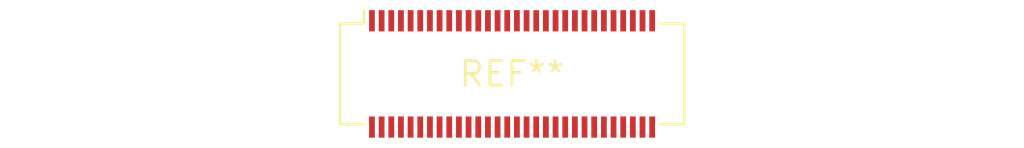
<source format=kicad_pcb>
(kicad_pcb (version 20240108) (generator pcbnew)
  (layers (0 "F.Cu" signal) (31 "B.Cu" signal) (34 "B.Paste" user) (35 "F.Paste" user) (36 "B.SilkS" user "B.Silkscreen") (37 "F.SilkS" user "F.Silkscreen") (38 "B.Mask" user) (39 "F.Mask" user) (44 "Edge.Cuts" user))
  (net 0 "")
  (footprint "Molex_SlimStack_54722-0604_2x30_P0.50mm_Vertical" (layer "F.Cu") (at 0 0)
    (property "Reference" "REF**")
    (property "Value" "Molex_SlimStack_54722-0604_2x30_P0.50mm_Vertical")
    (fp_line (start -8.91 -2.61) (end -7.66 -2.61) (layer "F.SilkS") (stroke (width 0.12)))
    (fp_line (start -8.91 2.61) (end -8.91 -2.61) (layer "F.SilkS") (stroke (width 0.12)))
    (fp_line (start -7.66 -2.61) (end -7.66 -3.3) (layer "F.SilkS") (stroke (width 0.12)))
    (fp_line (start -7.66 2.61) (end -8.91 2.61) (layer "F.SilkS") (stroke (width 0.12)))
    (fp_line (start 7.66 2.61) (end 8.91 2.61) (layer "F.SilkS") (stroke (width 0.12)))
    (fp_line (start 8.91 -2.61) (end 7.66 -2.61) (layer "F.SilkS") (stroke (width 0.12)))
    (fp_line (start 8.91 2.61) (end 8.91 -2.61) (layer "F.SilkS") (stroke (width 0.12)))
    (pad "1" smd rect (at -7.25 -2.75) (size 0.3 1.1) (layers "F.Cu" "F.Paste" "F.Mask"))
    (pad "2" smd rect (at -7.25 2.75) (size 0.3 1.1) (layers "F.Cu" "F.Paste" "F.Mask"))
    (pad "3" smd rect (at -6.75 -2.75) (size 0.3 1.1) (layers "F.Cu" "F.Paste" "F.Mask"))
    (pad "4" smd rect (at -6.75 2.75) (size 0.3 1.1) (layers "F.Cu" "F.Paste" "F.Mask"))
    (pad "5" smd rect (at -6.25 -2.75) (size 0.3 1.1) (layers "F.Cu" "F.Paste" "F.Mask"))
    (pad "6" smd rect (at -6.25 2.75) (size 0.3 1.1) (layers "F.Cu" "F.Paste" "F.Mask"))
    (pad "7" smd rect (at -5.75 -2.75) (size 0.3 1.1) (layers "F.Cu" "F.Paste" "F.Mask"))
    (pad "8" smd rect (at -5.75 2.75) (size 0.3 1.1) (layers "F.Cu" "F.Paste" "F.Mask"))
    (pad "9" smd rect (at -5.25 -2.75) (size 0.3 1.1) (layers "F.Cu" "F.Paste" "F.Mask"))
    (pad "10" smd rect (at -5.25 2.75) (size 0.3 1.1) (layers "F.Cu" "F.Paste" "F.Mask"))
    (pad "11" smd rect (at -4.75 -2.75) (size 0.3 1.1) (layers "F.Cu" "F.Paste" "F.Mask"))
    (pad "12" smd rect (at -4.75 2.75) (size 0.3 1.1) (layers "F.Cu" "F.Paste" "F.Mask"))
    (pad "13" smd rect (at -4.25 -2.75) (size 0.3 1.1) (layers "F.Cu" "F.Paste" "F.Mask"))
    (pad "14" smd rect (at -4.25 2.75) (size 0.3 1.1) (layers "F.Cu" "F.Paste" "F.Mask"))
    (pad "15" smd rect (at -3.75 -2.75) (size 0.3 1.1) (layers "F.Cu" "F.Paste" "F.Mask"))
    (pad "16" smd rect (at -3.75 2.75) (size 0.3 1.1) (layers "F.Cu" "F.Paste" "F.Mask"))
    (pad "17" smd rect (at -3.25 -2.75) (size 0.3 1.1) (layers "F.Cu" "F.Paste" "F.Mask"))
    (pad "18" smd rect (at -3.25 2.75) (size 0.3 1.1) (layers "F.Cu" "F.Paste" "F.Mask"))
    (pad "19" smd rect (at -2.75 -2.75) (size 0.3 1.1) (layers "F.Cu" "F.Paste" "F.Mask"))
    (pad "20" smd rect (at -2.75 2.75) (size 0.3 1.1) (layers "F.Cu" "F.Paste" "F.Mask"))
    (pad "21" smd rect (at -2.25 -2.75) (size 0.3 1.1) (layers "F.Cu" "F.Paste" "F.Mask"))
    (pad "22" smd rect (at -2.25 2.75) (size 0.3 1.1) (layers "F.Cu" "F.Paste" "F.Mask"))
    (pad "23" smd rect (at -1.75 -2.75) (size 0.3 1.1) (layers "F.Cu" "F.Paste" "F.Mask"))
    (pad "24" smd rect (at -1.75 2.75) (size 0.3 1.1) (layers "F.Cu" "F.Paste" "F.Mask"))
    (pad "25" smd rect (at -1.25 -2.75) (size 0.3 1.1) (layers "F.Cu" "F.Paste" "F.Mask"))
    (pad "26" smd rect (at -1.25 2.75) (size 0.3 1.1) (layers "F.Cu" "F.Paste" "F.Mask"))
    (pad "27" smd rect (at -0.75 -2.75) (size 0.3 1.1) (layers "F.Cu" "F.Paste" "F.Mask"))
    (pad "28" smd rect (at -0.75 2.75) (size 0.3 1.1) (layers "F.Cu" "F.Paste" "F.Mask"))
    (pad "29" smd rect (at -0.25 -2.75) (size 0.3 1.1) (layers "F.Cu" "F.Paste" "F.Mask"))
    (pad "30" smd rect (at -0.25 2.75) (size 0.3 1.1) (layers "F.Cu" "F.Paste" "F.Mask"))
    (pad "31" smd rect (at 0.25 -2.75) (size 0.3 1.1) (layers "F.Cu" "F.Paste" "F.Mask"))
    (pad "32" smd rect (at 0.25 2.75) (size 0.3 1.1) (layers "F.Cu" "F.Paste" "F.Mask"))
    (pad "33" smd rect (at 0.75 -2.75) (size 0.3 1.1) (layers "F.Cu" "F.Paste" "F.Mask"))
    (pad "34" smd rect (at 0.75 2.75) (size 0.3 1.1) (layers "F.Cu" "F.Paste" "F.Mask"))
    (pad "35" smd rect (at 1.25 -2.75) (size 0.3 1.1) (layers "F.Cu" "F.Paste" "F.Mask"))
    (pad "36" smd rect (at 1.25 2.75) (size 0.3 1.1) (layers "F.Cu" "F.Paste" "F.Mask"))
    (pad "37" smd rect (at 1.75 -2.75) (size 0.3 1.1) (layers "F.Cu" "F.Paste" "F.Mask"))
    (pad "38" smd rect (at 1.75 2.75) (size 0.3 1.1) (layers "F.Cu" "F.Paste" "F.Mask"))
    (pad "39" smd rect (at 2.25 -2.75) (size 0.3 1.1) (layers "F.Cu" "F.Paste" "F.Mask"))
    (pad "40" smd rect (at 2.25 2.75) (size 0.3 1.1) (layers "F.Cu" "F.Paste" "F.Mask"))
    (pad "41" smd rect (at 2.75 -2.75) (size 0.3 1.1) (layers "F.Cu" "F.Paste" "F.Mask"))
    (pad "42" smd rect (at 2.75 2.75) (size 0.3 1.1) (layers "F.Cu" "F.Paste" "F.Mask"))
    (pad "43" smd rect (at 3.25 -2.75) (size 0.3 1.1) (layers "F.Cu" "F.Paste" "F.Mask"))
    (pad "44" smd rect (at 3.25 2.75) (size 0.3 1.1) (layers "F.Cu" "F.Paste" "F.Mask"))
    (pad "45" smd rect (at 3.75 -2.75) (size 0.3 1.1) (layers "F.Cu" "F.Paste" "F.Mask"))
    (pad "46" smd rect (at 3.75 2.75) (size 0.3 1.1) (layers "F.Cu" "F.Paste" "F.Mask"))
    (pad "47" smd rect (at 4.25 -2.75) (size 0.3 1.1) (layers "F.Cu" "F.Paste" "F.Mask"))
    (pad "48" smd rect (at 4.25 2.75) (size 0.3 1.1) (layers "F.Cu" "F.Paste" "F.Mask"))
    (pad "49" smd rect (at 4.75 -2.75) (size 0.3 1.1) (layers "F.Cu" "F.Paste" "F.Mask"))
    (pad "50" smd rect (at 4.75 2.75) (size 0.3 1.1) (layers "F.Cu" "F.Paste" "F.Mask"))
    (pad "51" smd rect (at 5.25 -2.75) (size 0.3 1.1) (layers "F.Cu" "F.Paste" "F.Mask"))
    (pad "52" smd rect (at 5.25 2.75) (size 0.3 1.1) (layers "F.Cu" "F.Paste" "F.Mask"))
    (pad "53" smd rect (at 5.75 -2.75) (size 0.3 1.1) (layers "F.Cu" "F.Paste" "F.Mask"))
    (pad "54" smd rect (at 5.75 2.75) (size 0.3 1.1) (layers "F.Cu" "F.Paste" "F.Mask"))
    (pad "55" smd rect (at 6.25 -2.75) (size 0.3 1.1) (layers "F.Cu" "F.Paste" "F.Mask"))
    (pad "56" smd rect (at 6.25 2.75) (size 0.3 1.1) (layers "F.Cu" "F.Paste" "F.Mask"))
    (pad "57" smd rect (at 6.75 -2.75) (size 0.3 1.1) (layers "F.Cu" "F.Paste" "F.Mask"))
    (pad "58" smd rect (at 6.75 2.75) (size 0.3 1.1) (layers "F.Cu" "F.Paste" "F.Mask"))
    (pad "59" smd rect (at 7.25 -2.75) (size 0.3 1.1) (layers "F.Cu" "F.Paste" "F.Mask"))
    (pad "60" smd rect (at 7.25 2.75) (size 0.3 1.1) (layers "F.Cu" "F.Paste" "F.Mask"))
  )
)
</source>
